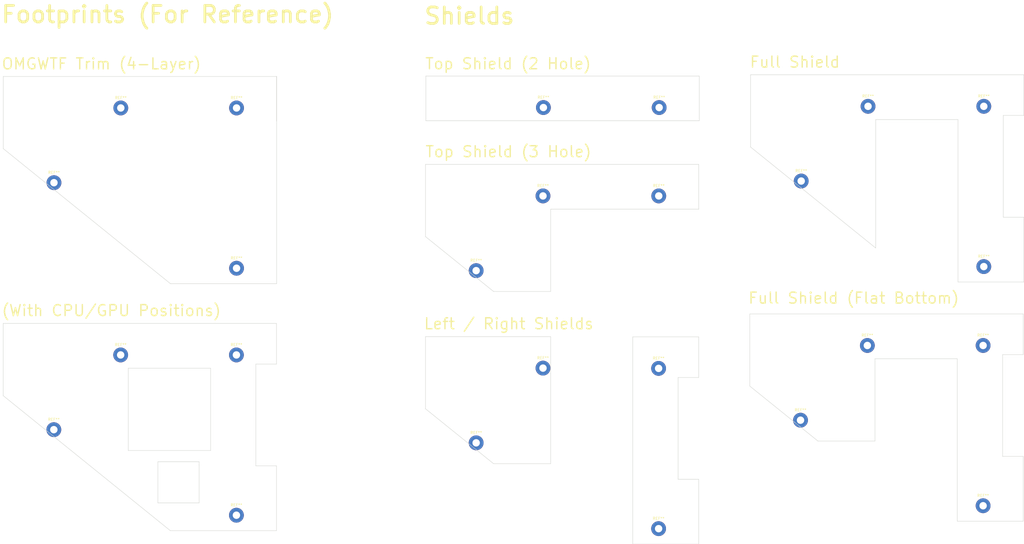
<source format=kicad_pcb>
(kicad_pcb (version 20171130) (host pcbnew "(5.1.5-0-10_14)")

  (general
    (thickness 1.6)
    (drawings 82)
    (tracks 0)
    (zones 0)
    (modules 25)
    (nets 1)
  )

  (page A3)
  (layers
    (0 Top signal)
    (31 Bottom signal)
    (34 B.Paste user)
    (35 F.Paste user)
    (36 B.SilkS user)
    (37 F.SilkS user)
    (38 B.Mask user)
    (39 F.Mask user)
    (40 Dwgs.User user)
    (41 Cmts.User user)
    (42 Eco1.User user)
    (43 Eco2.User user)
    (44 Edge.Cuts user)
    (45 Margin user)
    (46 B.CrtYd user)
    (47 F.CrtYd user)
  )

  (setup
    (last_trace_width 0.1524)
    (trace_clearance 0.1524)
    (zone_clearance 0.508)
    (zone_45_only no)
    (trace_min 0.1524)
    (via_size 0.508)
    (via_drill 0.254)
    (via_min_size 0.508)
    (via_min_drill 0.254)
    (uvia_size 0.508)
    (uvia_drill 0.254)
    (uvias_allowed no)
    (uvia_min_size 0.2)
    (uvia_min_drill 0.1)
    (edge_width 0.15)
    (segment_width 0.2)
    (pcb_text_width 0.3)
    (pcb_text_size 1.5 1.5)
    (mod_edge_width 0.15)
    (mod_text_size 1 1)
    (mod_text_width 0.15)
    (pad_size 1.524 1.524)
    (pad_drill 0.762)
    (pad_to_mask_clearance 0.0508)
    (aux_axis_origin 0 0)
    (visible_elements FFFFFF7F)
    (pcbplotparams
      (layerselection 0x010fc_ffffffff)
      (usegerberextensions false)
      (usegerberattributes false)
      (usegerberadvancedattributes false)
      (creategerberjobfile false)
      (excludeedgelayer true)
      (linewidth 0.100000)
      (plotframeref false)
      (viasonmask false)
      (mode 1)
      (useauxorigin false)
      (hpglpennumber 1)
      (hpglpenspeed 20)
      (hpglpendiameter 15.000000)
      (psnegative false)
      (psa4output false)
      (plotreference true)
      (plotvalue true)
      (plotinvisibletext false)
      (padsonsilk false)
      (subtractmaskfromsilk false)
      (outputformat 1)
      (mirror false)
      (drillshape 1)
      (scaleselection 1)
      (outputdirectory ""))
  )

  (net 0 "")

  (net_class Default "This is the default net class."
    (clearance 0.1524)
    (trace_width 0.1524)
    (via_dia 0.508)
    (via_drill 0.254)
    (uvia_dia 0.508)
    (uvia_drill 0.254)
    (diff_pair_width 0.1524)
    (diff_pair_gap 0.1524)
  )

  (module MountingHole:MountingHole_2.7mm_M2.5_Pad (layer Top) (tedit 56D1B4CB) (tstamp 5E6A83E4)
    (at 259.75 57.879)
    (descr "Mounting Hole 2.7mm, M2.5")
    (tags "mounting hole 2.7mm m2.5")
    (attr virtual)
    (fp_text reference REF** (at 0 -3.7) (layer F.SilkS)
      (effects (font (size 1 1) (thickness 0.15)))
    )
    (fp_text value MountingHole_2.7mm_M2.5_Pad (at 0 3.7) (layer F.Fab)
      (effects (font (size 1 1) (thickness 0.15)))
    )
    (fp_circle (center 0 0) (end 2.95 0) (layer F.CrtYd) (width 0.05))
    (fp_circle (center 0 0) (end 2.7 0) (layer Cmts.User) (width 0.15))
    (fp_text user %R (at 0.3 0) (layer F.Fab)
      (effects (font (size 1 1) (thickness 0.15)))
    )
    (pad 1 thru_hole circle (at 0 0) (size 5.4 5.4) (drill 2.7) (layers *.Cu *.Mask))
  )

  (module MountingHole:MountingHole_2.7mm_M2.5_Pad (layer Top) (tedit 56D1B4CB) (tstamp 5E6A83F9)
    (at 217.569 57.879)
    (descr "Mounting Hole 2.7mm, M2.5")
    (tags "mounting hole 2.7mm m2.5")
    (attr virtual)
    (fp_text reference REF** (at 0 -3.7) (layer F.SilkS)
      (effects (font (size 1 1) (thickness 0.15)))
    )
    (fp_text value MountingHole_2.7mm_M2.5_Pad (at 0 3.7) (layer F.Fab)
      (effects (font (size 1 1) (thickness 0.15)))
    )
    (fp_text user %R (at 0.3 0) (layer F.Fab)
      (effects (font (size 1 1) (thickness 0.15)))
    )
    (fp_circle (center 0 0) (end 2.7 0) (layer Cmts.User) (width 0.15))
    (fp_circle (center 0 0) (end 2.95 0) (layer F.CrtYd) (width 0.05))
    (pad 1 thru_hole circle (at 0 0) (size 5.4 5.4) (drill 2.7) (layers *.Cu *.Mask))
  )

  (module MountingHole:MountingHole_2.7mm_M2.5_Pad (layer Top) (tedit 56D1B4CB) (tstamp 5E6A85A5)
    (at 377.8 202.98)
    (descr "Mounting Hole 2.7mm, M2.5")
    (tags "mounting hole 2.7mm m2.5")
    (attr virtual)
    (fp_text reference REF** (at 0 -3.7) (layer F.SilkS)
      (effects (font (size 1 1) (thickness 0.15)))
    )
    (fp_text value MountingHole_2.7mm_M2.5_Pad (at 0 3.7) (layer F.Fab)
      (effects (font (size 1 1) (thickness 0.15)))
    )
    (fp_circle (center 0 0) (end 2.95 0) (layer F.CrtYd) (width 0.05))
    (fp_circle (center 0 0) (end 2.7 0) (layer Cmts.User) (width 0.15))
    (fp_text user %R (at 0.3 0) (layer F.Fab)
      (effects (font (size 1 1) (thickness 0.15)))
    )
    (pad 1 thru_hole circle (at 0 0) (size 5.4 5.4) (drill 2.7) (layers *.Cu *.Mask))
  )

  (module MountingHole:MountingHole_2.7mm_M2.5_Pad (layer Top) (tedit 56D1B4CB) (tstamp 5E6A853F)
    (at 311.266 171.805)
    (descr "Mounting Hole 2.7mm, M2.5")
    (tags "mounting hole 2.7mm m2.5")
    (attr virtual)
    (fp_text reference REF** (at 0 -3.7) (layer F.SilkS)
      (effects (font (size 1 1) (thickness 0.15)))
    )
    (fp_text value MountingHole_2.7mm_M2.5_Pad (at 0 3.7) (layer F.Fab)
      (effects (font (size 1 1) (thickness 0.15)))
    )
    (fp_text user %R (at 0.3 0) (layer F.Fab)
      (effects (font (size 1 1) (thickness 0.15)))
    )
    (fp_circle (center 0 0) (end 2.7 0) (layer Cmts.User) (width 0.15))
    (fp_circle (center 0 0) (end 2.95 0) (layer F.CrtYd) (width 0.05))
    (pad 1 thru_hole circle (at 0 0) (size 5.4 5.4) (drill 2.7) (layers *.Cu *.Mask))
  )

  (module MountingHole:MountingHole_2.7mm_M2.5_Pad (layer Top) (tedit 56D1B4CB) (tstamp 5E6A855D)
    (at 377.8 144.579)
    (descr "Mounting Hole 2.7mm, M2.5")
    (tags "mounting hole 2.7mm m2.5")
    (attr virtual)
    (fp_text reference REF** (at 0 -3.7) (layer F.SilkS)
      (effects (font (size 1 1) (thickness 0.15)))
    )
    (fp_text value MountingHole_2.7mm_M2.5_Pad (at 0 3.7) (layer F.Fab)
      (effects (font (size 1 1) (thickness 0.15)))
    )
    (fp_text user %R (at 0.3 0) (layer F.Fab)
      (effects (font (size 1 1) (thickness 0.15)))
    )
    (fp_circle (center 0 0) (end 2.7 0) (layer Cmts.User) (width 0.15))
    (fp_circle (center 0 0) (end 2.95 0) (layer F.CrtYd) (width 0.05))
    (pad 1 thru_hole circle (at 0 0) (size 5.4 5.4) (drill 2.7) (layers *.Cu *.Mask))
  )

  (module MountingHole:MountingHole_2.7mm_M2.5_Pad (layer Top) (tedit 56D1B4CB) (tstamp 5E6A8617)
    (at 335.619 144.579)
    (descr "Mounting Hole 2.7mm, M2.5")
    (tags "mounting hole 2.7mm m2.5")
    (attr virtual)
    (fp_text reference REF** (at 0 -3.7) (layer F.SilkS)
      (effects (font (size 1 1) (thickness 0.15)))
    )
    (fp_text value MountingHole_2.7mm_M2.5_Pad (at 0 3.7) (layer F.Fab)
      (effects (font (size 1 1) (thickness 0.15)))
    )
    (fp_circle (center 0 0) (end 2.95 0) (layer F.CrtYd) (width 0.05))
    (fp_circle (center 0 0) (end 2.7 0) (layer Cmts.User) (width 0.15))
    (fp_text user %R (at 0.3 0) (layer F.Fab)
      (effects (font (size 1 1) (thickness 0.15)))
    )
    (pad 1 thru_hole circle (at 0 0) (size 5.4 5.4) (drill 2.7) (layers *.Cu *.Mask))
  )

  (module MountingHole:MountingHole_2.7mm_M2.5_Pad (layer Top) (tedit 56D1B4CB) (tstamp 5E6A7B8A)
    (at 193.066 180.055)
    (descr "Mounting Hole 2.7mm, M2.5")
    (tags "mounting hole 2.7mm m2.5")
    (attr virtual)
    (fp_text reference REF** (at 0 -3.7) (layer F.SilkS)
      (effects (font (size 1 1) (thickness 0.15)))
    )
    (fp_text value MountingHole_2.7mm_M2.5_Pad (at 0 3.7) (layer F.Fab)
      (effects (font (size 1 1) (thickness 0.15)))
    )
    (fp_circle (center 0 0) (end 2.95 0) (layer F.CrtYd) (width 0.05))
    (fp_circle (center 0 0) (end 2.7 0) (layer Cmts.User) (width 0.15))
    (fp_text user %R (at 0.3 0) (layer F.Fab)
      (effects (font (size 1 1) (thickness 0.15)))
    )
    (pad 1 thru_hole circle (at 0 0) (size 5.4 5.4) (drill 2.7) (layers *.Cu *.Mask))
  )

  (module MountingHole:MountingHole_2.7mm_M2.5_Pad (layer Top) (tedit 56D1B4CB) (tstamp 5E6A7B9F)
    (at 217.419 152.829)
    (descr "Mounting Hole 2.7mm, M2.5")
    (tags "mounting hole 2.7mm m2.5")
    (attr virtual)
    (fp_text reference REF** (at 0 -3.7) (layer F.SilkS)
      (effects (font (size 1 1) (thickness 0.15)))
    )
    (fp_text value MountingHole_2.7mm_M2.5_Pad (at 0 3.7) (layer F.Fab)
      (effects (font (size 1 1) (thickness 0.15)))
    )
    (fp_text user %R (at 0.3 0) (layer F.Fab)
      (effects (font (size 1 1) (thickness 0.15)))
    )
    (fp_circle (center 0 0) (end 2.7 0) (layer Cmts.User) (width 0.15))
    (fp_circle (center 0 0) (end 2.95 0) (layer F.CrtYd) (width 0.05))
    (pad 1 thru_hole circle (at 0 0) (size 5.4 5.4) (drill 2.7) (layers *.Cu *.Mask))
  )

  (module MountingHole:MountingHole_2.7mm_M2.5_Pad (layer Top) (tedit 56D1B4CB) (tstamp 5E6A7919)
    (at 259.55 211.33)
    (descr "Mounting Hole 2.7mm, M2.5")
    (tags "mounting hole 2.7mm m2.5")
    (attr virtual)
    (fp_text reference REF** (at 0 -3.7) (layer F.SilkS)
      (effects (font (size 1 1) (thickness 0.15)))
    )
    (fp_text value MountingHole_2.7mm_M2.5_Pad (at 0 3.7) (layer F.Fab)
      (effects (font (size 1 1) (thickness 0.15)))
    )
    (fp_circle (center 0 0) (end 2.95 0) (layer F.CrtYd) (width 0.05))
    (fp_circle (center 0 0) (end 2.7 0) (layer Cmts.User) (width 0.15))
    (fp_text user %R (at 0.3 0) (layer F.Fab)
      (effects (font (size 1 1) (thickness 0.15)))
    )
    (pad 1 thru_hole circle (at 0 0) (size 5.4 5.4) (drill 2.7) (layers *.Cu *.Mask))
  )

  (module MountingHole:MountingHole_2.7mm_M2.5_Pad (layer Top) (tedit 56D1B4CB) (tstamp 5E6A790B)
    (at 259.55 152.929)
    (descr "Mounting Hole 2.7mm, M2.5")
    (tags "mounting hole 2.7mm m2.5")
    (attr virtual)
    (fp_text reference REF** (at 0 -3.7) (layer F.SilkS)
      (effects (font (size 1 1) (thickness 0.15)))
    )
    (fp_text value MountingHole_2.7mm_M2.5_Pad (at 0 3.7) (layer F.Fab)
      (effects (font (size 1 1) (thickness 0.15)))
    )
    (fp_text user %R (at 0.3 0) (layer F.Fab)
      (effects (font (size 1 1) (thickness 0.15)))
    )
    (fp_circle (center 0 0) (end 2.7 0) (layer Cmts.User) (width 0.15))
    (fp_circle (center 0 0) (end 2.95 0) (layer F.CrtYd) (width 0.05))
    (pad 1 thru_hole circle (at 0 0) (size 5.4 5.4) (drill 2.7) (layers *.Cu *.Mask))
  )

  (module MountingHole:MountingHole_2.7mm_M2.5_Pad (layer Top) (tedit 56D1B4CB) (tstamp 5E6A85C0)
    (at 378.05 115.83)
    (descr "Mounting Hole 2.7mm, M2.5")
    (tags "mounting hole 2.7mm m2.5")
    (attr virtual)
    (fp_text reference REF** (at 0 -3.7) (layer F.SilkS)
      (effects (font (size 1 1) (thickness 0.15)))
    )
    (fp_text value MountingHole_2.7mm_M2.5_Pad (at 0 3.7) (layer F.Fab)
      (effects (font (size 1 1) (thickness 0.15)))
    )
    (fp_text user %R (at 0.3 0) (layer F.Fab)
      (effects (font (size 1 1) (thickness 0.15)))
    )
    (fp_circle (center 0 0) (end 2.7 0) (layer Cmts.User) (width 0.15))
    (fp_circle (center 0 0) (end 2.95 0) (layer F.CrtYd) (width 0.05))
    (pad 1 thru_hole circle (at 0 0) (size 5.4 5.4) (drill 2.7) (layers *.Cu *.Mask))
  )

  (module MountingHole:MountingHole_2.7mm_M2.5_Pad (layer Top) (tedit 56D1B4CB) (tstamp 5E6A85D5)
    (at 311.516 84.655)
    (descr "Mounting Hole 2.7mm, M2.5")
    (tags "mounting hole 2.7mm m2.5")
    (attr virtual)
    (fp_text reference REF** (at 0 -3.7) (layer F.SilkS)
      (effects (font (size 1 1) (thickness 0.15)))
    )
    (fp_text value MountingHole_2.7mm_M2.5_Pad (at 0 3.7) (layer F.Fab)
      (effects (font (size 1 1) (thickness 0.15)))
    )
    (fp_circle (center 0 0) (end 2.95 0) (layer F.CrtYd) (width 0.05))
    (fp_circle (center 0 0) (end 2.7 0) (layer Cmts.User) (width 0.15))
    (fp_text user %R (at 0.3 0) (layer F.Fab)
      (effects (font (size 1 1) (thickness 0.15)))
    )
    (pad 1 thru_hole circle (at 0 0) (size 5.4 5.4) (drill 2.7) (layers *.Cu *.Mask))
  )

  (module MountingHole:MountingHole_2.7mm_M2.5_Pad (layer Top) (tedit 56D1B4CB) (tstamp 5E6A85EA)
    (at 378.05 57.429)
    (descr "Mounting Hole 2.7mm, M2.5")
    (tags "mounting hole 2.7mm m2.5")
    (attr virtual)
    (fp_text reference REF** (at 0 -3.7) (layer F.SilkS)
      (effects (font (size 1 1) (thickness 0.15)))
    )
    (fp_text value MountingHole_2.7mm_M2.5_Pad (at 0 3.7) (layer F.Fab)
      (effects (font (size 1 1) (thickness 0.15)))
    )
    (fp_circle (center 0 0) (end 2.95 0) (layer F.CrtYd) (width 0.05))
    (fp_circle (center 0 0) (end 2.7 0) (layer Cmts.User) (width 0.15))
    (fp_text user %R (at 0.3 0) (layer F.Fab)
      (effects (font (size 1 1) (thickness 0.15)))
    )
    (pad 1 thru_hole circle (at 0 0) (size 5.4 5.4) (drill 2.7) (layers *.Cu *.Mask))
  )

  (module MountingHole:MountingHole_2.7mm_M2.5_Pad (layer Top) (tedit 56D1B4CB) (tstamp 5E6A8602)
    (at 335.869 57.429)
    (descr "Mounting Hole 2.7mm, M2.5")
    (tags "mounting hole 2.7mm m2.5")
    (attr virtual)
    (fp_text reference REF** (at 0 -3.7) (layer F.SilkS)
      (effects (font (size 1 1) (thickness 0.15)))
    )
    (fp_text value MountingHole_2.7mm_M2.5_Pad (at 0 3.7) (layer F.Fab)
      (effects (font (size 1 1) (thickness 0.15)))
    )
    (fp_text user %R (at 0.3 0) (layer F.Fab)
      (effects (font (size 1 1) (thickness 0.15)))
    )
    (fp_circle (center 0 0) (end 2.7 0) (layer Cmts.User) (width 0.15))
    (fp_circle (center 0 0) (end 2.95 0) (layer F.CrtYd) (width 0.05))
    (pad 1 thru_hole circle (at 0 0) (size 5.4 5.4) (drill 2.7) (layers *.Cu *.Mask))
  )

  (module MountingHole:MountingHole_2.7mm_M2.5_Pad (layer Top) (tedit 56D1B4CB) (tstamp 5E6A74FE)
    (at 259.6 90.079)
    (descr "Mounting Hole 2.7mm, M2.5")
    (tags "mounting hole 2.7mm m2.5")
    (attr virtual)
    (fp_text reference REF** (at 0 -3.7) (layer F.SilkS)
      (effects (font (size 1 1) (thickness 0.15)))
    )
    (fp_text value MountingHole_2.7mm_M2.5_Pad (at 0 3.7) (layer F.Fab)
      (effects (font (size 1 1) (thickness 0.15)))
    )
    (fp_text user %R (at 0.3 0) (layer F.Fab)
      (effects (font (size 1 1) (thickness 0.15)))
    )
    (fp_circle (center 0 0) (end 2.7 0) (layer Cmts.User) (width 0.15))
    (fp_circle (center 0 0) (end 2.95 0) (layer F.CrtYd) (width 0.05))
    (pad 1 thru_hole circle (at 0 0) (size 5.4 5.4) (drill 2.7) (layers *.Cu *.Mask))
  )

  (module MountingHole:MountingHole_2.7mm_M2.5_Pad (layer Top) (tedit 56D1B4CB) (tstamp 5E6A74F7)
    (at 193.066 117.305)
    (descr "Mounting Hole 2.7mm, M2.5")
    (tags "mounting hole 2.7mm m2.5")
    (attr virtual)
    (fp_text reference REF** (at 0 -3.7) (layer F.SilkS)
      (effects (font (size 1 1) (thickness 0.15)))
    )
    (fp_text value MountingHole_2.7mm_M2.5_Pad (at 0 3.7) (layer F.Fab)
      (effects (font (size 1 1) (thickness 0.15)))
    )
    (fp_text user %R (at 0.3 0) (layer F.Fab)
      (effects (font (size 1 1) (thickness 0.15)))
    )
    (fp_circle (center 0 0) (end 2.7 0) (layer Cmts.User) (width 0.15))
    (fp_circle (center 0 0) (end 2.95 0) (layer F.CrtYd) (width 0.05))
    (pad 1 thru_hole circle (at 0 0) (size 5.4 5.4) (drill 2.7) (layers *.Cu *.Mask))
  )

  (module MountingHole:MountingHole_2.7mm_M2.5_Pad (layer Top) (tedit 56D1B4CB) (tstamp 5E6A74F0)
    (at 217.419 90.079)
    (descr "Mounting Hole 2.7mm, M2.5")
    (tags "mounting hole 2.7mm m2.5")
    (attr virtual)
    (fp_text reference REF** (at 0 -3.7) (layer F.SilkS)
      (effects (font (size 1 1) (thickness 0.15)))
    )
    (fp_text value MountingHole_2.7mm_M2.5_Pad (at 0 3.7) (layer F.Fab)
      (effects (font (size 1 1) (thickness 0.15)))
    )
    (fp_circle (center 0 0) (end 2.95 0) (layer F.CrtYd) (width 0.05))
    (fp_circle (center 0 0) (end 2.7 0) (layer Cmts.User) (width 0.15))
    (fp_text user %R (at 0.3 0) (layer F.Fab)
      (effects (font (size 1 1) (thickness 0.15)))
    )
    (pad 1 thru_hole circle (at 0 0) (size 5.4 5.4) (drill 2.7) (layers *.Cu *.Mask))
  )

  (module MountingHole:MountingHole_2.7mm_M2.5_Pad (layer Top) (tedit 56D1B4CB) (tstamp 5E6A7505)
    (at 105.75 116.43)
    (descr "Mounting Hole 2.7mm, M2.5")
    (tags "mounting hole 2.7mm m2.5")
    (attr virtual)
    (fp_text reference REF** (at 0 -3.7) (layer F.SilkS)
      (effects (font (size 1 1) (thickness 0.15)))
    )
    (fp_text value MountingHole_2.7mm_M2.5_Pad (at 0 3.7) (layer F.Fab)
      (effects (font (size 1 1) (thickness 0.15)))
    )
    (fp_text user %R (at 0.3 0) (layer F.Fab)
      (effects (font (size 1 1) (thickness 0.15)))
    )
    (fp_circle (center 0 0) (end 2.7 0) (layer Cmts.User) (width 0.15))
    (fp_circle (center 0 0) (end 2.95 0) (layer F.CrtYd) (width 0.05))
    (pad 1 thru_hole circle (at 0 0) (size 5.4 5.4) (drill 2.7) (layers *.Cu *.Mask))
  )

  (module MountingHole:MountingHole_2.7mm_M2.5_Pad (layer Top) (tedit 56D1B4CB) (tstamp 5E6A74FE)
    (at 105.75 58.029)
    (descr "Mounting Hole 2.7mm, M2.5")
    (tags "mounting hole 2.7mm m2.5")
    (attr virtual)
    (fp_text reference REF** (at 0 -3.7) (layer F.SilkS)
      (effects (font (size 1 1) (thickness 0.15)))
    )
    (fp_text value MountingHole_2.7mm_M2.5_Pad (at 0 3.7) (layer F.Fab)
      (effects (font (size 1 1) (thickness 0.15)))
    )
    (fp_circle (center 0 0) (end 2.95 0) (layer F.CrtYd) (width 0.05))
    (fp_circle (center 0 0) (end 2.7 0) (layer Cmts.User) (width 0.15))
    (fp_text user %R (at 0.3 0) (layer F.Fab)
      (effects (font (size 1 1) (thickness 0.15)))
    )
    (pad 1 thru_hole circle (at 0 0) (size 5.4 5.4) (drill 2.7) (layers *.Cu *.Mask))
  )

  (module MountingHole:MountingHole_2.7mm_M2.5_Pad (layer Top) (tedit 56D1B4CB) (tstamp 5E6A74F7)
    (at 39.216 85.255)
    (descr "Mounting Hole 2.7mm, M2.5")
    (tags "mounting hole 2.7mm m2.5")
    (attr virtual)
    (fp_text reference REF** (at 0 -3.7) (layer F.SilkS)
      (effects (font (size 1 1) (thickness 0.15)))
    )
    (fp_text value MountingHole_2.7mm_M2.5_Pad (at 0 3.7) (layer F.Fab)
      (effects (font (size 1 1) (thickness 0.15)))
    )
    (fp_circle (center 0 0) (end 2.95 0) (layer F.CrtYd) (width 0.05))
    (fp_circle (center 0 0) (end 2.7 0) (layer Cmts.User) (width 0.15))
    (fp_text user %R (at 0.3 0) (layer F.Fab)
      (effects (font (size 1 1) (thickness 0.15)))
    )
    (pad 1 thru_hole circle (at 0 0) (size 5.4 5.4) (drill 2.7) (layers *.Cu *.Mask))
  )

  (module MountingHole:MountingHole_2.7mm_M2.5_Pad (layer Top) (tedit 56D1B4CB) (tstamp 5E6A74F0)
    (at 63.569 58.029)
    (descr "Mounting Hole 2.7mm, M2.5")
    (tags "mounting hole 2.7mm m2.5")
    (attr virtual)
    (fp_text reference REF** (at 0 -3.7) (layer F.SilkS)
      (effects (font (size 1 1) (thickness 0.15)))
    )
    (fp_text value MountingHole_2.7mm_M2.5_Pad (at 0 3.7) (layer F.Fab)
      (effects (font (size 1 1) (thickness 0.15)))
    )
    (fp_text user %R (at 0.3 0) (layer F.Fab)
      (effects (font (size 1 1) (thickness 0.15)))
    )
    (fp_circle (center 0 0) (end 2.7 0) (layer Cmts.User) (width 0.15))
    (fp_circle (center 0 0) (end 2.95 0) (layer F.CrtYd) (width 0.05))
    (pad 1 thru_hole circle (at 0 0) (size 5.4 5.4) (drill 2.7) (layers *.Cu *.Mask))
  )

  (module MountingHole:MountingHole_2.7mm_M2.5_Pad (layer Top) (tedit 56D1B4CB) (tstamp 5E69A433)
    (at 105.7 206.43)
    (descr "Mounting Hole 2.7mm, M2.5")
    (tags "mounting hole 2.7mm m2.5")
    (attr virtual)
    (fp_text reference REF** (at 0 -3.7) (layer F.SilkS)
      (effects (font (size 1 1) (thickness 0.15)))
    )
    (fp_text value MountingHole_2.7mm_M2.5_Pad (at 0 3.7) (layer F.Fab)
      (effects (font (size 1 1) (thickness 0.15)))
    )
    (fp_circle (center 0 0) (end 2.95 0) (layer F.CrtYd) (width 0.05))
    (fp_circle (center 0 0) (end 2.7 0) (layer Cmts.User) (width 0.15))
    (fp_text user %R (at 0.3 0) (layer F.Fab)
      (effects (font (size 1 1) (thickness 0.15)))
    )
    (pad 1 thru_hole circle (at 0 0) (size 5.4 5.4) (drill 2.7) (layers *.Cu *.Mask))
  )

  (module MountingHole:MountingHole_2.7mm_M2.5_Pad (layer Top) (tedit 56D1B4CB) (tstamp 5E6A5FBA)
    (at 105.7 148.029)
    (descr "Mounting Hole 2.7mm, M2.5")
    (tags "mounting hole 2.7mm m2.5")
    (attr virtual)
    (fp_text reference REF** (at 0 -3.7) (layer F.SilkS)
      (effects (font (size 1 1) (thickness 0.15)))
    )
    (fp_text value MountingHole_2.7mm_M2.5_Pad (at 0 3.7) (layer F.Fab)
      (effects (font (size 1 1) (thickness 0.15)))
    )
    (fp_text user %R (at 0.3 0) (layer F.Fab)
      (effects (font (size 1 1) (thickness 0.15)))
    )
    (fp_circle (center 0 0) (end 2.7 0) (layer Cmts.User) (width 0.15))
    (fp_circle (center 0 0) (end 2.95 0) (layer F.CrtYd) (width 0.05))
    (pad 1 thru_hole circle (at 0 0) (size 5.4 5.4) (drill 2.7) (layers *.Cu *.Mask))
  )

  (module MountingHole:MountingHole_2.7mm_M2.5_Pad (layer Top) (tedit 56D1B4CB) (tstamp 5E69A425)
    (at 39.166 175.255)
    (descr "Mounting Hole 2.7mm, M2.5")
    (tags "mounting hole 2.7mm m2.5")
    (attr virtual)
    (fp_text reference REF** (at 0 -3.7) (layer F.SilkS)
      (effects (font (size 1 1) (thickness 0.15)))
    )
    (fp_text value MountingHole_2.7mm_M2.5_Pad (at 0 3.7) (layer F.Fab)
      (effects (font (size 1 1) (thickness 0.15)))
    )
    (fp_text user %R (at 0.3 0) (layer F.Fab)
      (effects (font (size 1 1) (thickness 0.15)))
    )
    (fp_circle (center 0 0) (end 2.7 0) (layer Cmts.User) (width 0.15))
    (fp_circle (center 0 0) (end 2.95 0) (layer F.CrtYd) (width 0.05))
    (pad 1 thru_hole circle (at 0 0) (size 5.4 5.4) (drill 2.7) (layers *.Cu *.Mask))
  )

  (module MountingHole:MountingHole_2.7mm_M2.5_Pad (layer Top) (tedit 56D1B4CB) (tstamp 5E69A41E)
    (at 63.519 148.029)
    (descr "Mounting Hole 2.7mm, M2.5")
    (tags "mounting hole 2.7mm m2.5")
    (attr virtual)
    (fp_text reference REF** (at 0 -3.7) (layer F.SilkS)
      (effects (font (size 1 1) (thickness 0.15)))
    )
    (fp_text value MountingHole_2.7mm_M2.5_Pad (at 0 3.7) (layer F.Fab)
      (effects (font (size 1 1) (thickness 0.15)))
    )
    (fp_circle (center 0 0) (end 2.95 0) (layer F.CrtYd) (width 0.05))
    (fp_circle (center 0 0) (end 2.7 0) (layer Cmts.User) (width 0.15))
    (fp_text user %R (at 0.3 0) (layer F.Fab)
      (effects (font (size 1 1) (thickness 0.15)))
    )
    (pad 1 thru_hole circle (at 0 0) (size 5.4 5.4) (drill 2.7) (layers *.Cu *.Mask))
  )

  (gr_text "Full Shield (Flat Bottom)" (at 291.95 127.3) (layer F.SilkS) (tstamp 5E6A86B2)
    (effects (font (size 4 4) (thickness 0.5)) (justify left))
  )
  (gr_text "Full Shield" (at 292.5 41.3) (layer F.SilkS) (tstamp 5E6A86B2)
    (effects (font (size 4 4) (thickness 0.5)) (justify left))
  )
  (gr_text "Left / Right Shields" (at 173.75 136.65) (layer F.SilkS) (tstamp 5E6A86A8)
    (effects (font (size 4 4) (thickness 0.5)) (justify left))
  )
  (gr_text "Top Shield (3 Hole)" (at 174.3 73.95) (layer F.SilkS) (tstamp 5E6A84BF)
    (effects (font (size 4 4) (thickness 0.5)) (justify left))
  )
  (gr_text "Top Shield (2 Hole)" (at 174.2 41.9) (layer F.SilkS) (tstamp 5E6A847E)
    (effects (font (size 4 4) (thickness 0.5)) (justify left))
  )
  (gr_line (start 174.75 46.4) (end 174.75 62.7) (layer Edge.Cuts) (width 0.15) (tstamp 5E6A840A))
  (gr_line (start 174.75 46.4) (end 274.35 46.4) (layer Edge.Cuts) (width 0.15) (tstamp 5E6A83D5))
  (gr_line (start 274.35 62.7) (end 174.75 62.7) (layer Edge.Cuts) (width 0.15) (tstamp 5E6A83D8))
  (gr_line (start 274.35 46.4) (end 274.35 62.7) (layer Edge.Cuts) (width 0.15) (tstamp 5E6A83DB))
  (gr_text Shields (at 173.65 24.5) (layer F.SilkS) (tstamp 5E6A7F7D)
    (effects (font (size 6 6) (thickness 1)) (justify left))
  )
  (gr_text "Footprints (For Reference)" (at 19.55 23.95) (layer F.SilkS) (tstamp 5E6A7E66)
    (effects (font (size 6 6) (thickness 1)) (justify left))
  )
  (gr_text "(With CPU/GPU Positions)" (at 19.9 131.85) (layer F.SilkS) (tstamp 5E6A7F21)
    (effects (font (size 4 4) (thickness 0.5)) (justify left))
  )
  (gr_text "OMGWTF Trim (4-Layer)" (at 19.9 41.95) (layer F.SilkS)
    (effects (font (size 4 4) (thickness 0.5)) (justify left))
  )
  (gr_line (start 338.4 179.4) (end 317.6 179.4) (layer Edge.Cuts) (width 0.15) (tstamp 5E6A856C))
  (gr_line (start 392.4 133.1) (end 392.4 147.9) (layer Edge.Cuts) (width 0.15) (tstamp 5E6A856F))
  (gr_line (start 368.4 149.4) (end 338.4 149.4) (layer Edge.Cuts) (width 0.15) (tstamp 5E6A8572))
  (gr_line (start 392.4 185) (end 384.9 185) (layer Edge.Cuts) (width 0.15) (tstamp 5E6A85B4))
  (gr_line (start 392.4 185) (end 392.4 208.6) (layer Edge.Cuts) (width 0.15) (tstamp 5E6A85B7))
  (gr_line (start 368.4 149.4) (end 368.4 208.6) (layer Edge.Cuts) (width 0.15) (tstamp 5E6A8551))
  (gr_line (start 392.4 208.6) (end 368.4 208.6) (layer Edge.Cuts) (width 0.15) (tstamp 5E6A8554))
  (gr_line (start 338.4 149.4) (end 338.4 179.4) (layer Edge.Cuts) (width 0.15) (tstamp 5E6A8575))
  (gr_line (start 292.8 133.1) (end 292.8 159.4) (layer Edge.Cuts) (width 0.15) (tstamp 5E6A8578))
  (gr_line (start 292.8 133.1) (end 392.4 133.1) (layer Edge.Cuts) (width 0.15) (tstamp 5E6A85F9))
  (gr_line (start 317.6 179.4) (end 292.8 159.4) (layer Edge.Cuts) (width 0.15) (tstamp 5E6A8626))
  (gr_line (start 384.9 185) (end 384.9 147.9) (layer Edge.Cuts) (width 0.15) (tstamp 5E6A854E))
  (gr_line (start 392.4 147.9) (end 384.9 147.9) (layer Edge.Cuts) (width 0.15) (tstamp 5E6A8629))
  (gr_line (start 274.15 141.45) (end 250.15 141.45) (layer Edge.Cuts) (width 0.15) (tstamp 5E6A7A64))
  (gr_line (start 174.6 141.35) (end 220.2 141.35) (layer Edge.Cuts) (width 0.15) (tstamp 5E6A7B78))
  (gr_line (start 220.2 141.35) (end 220.2 187.65) (layer Edge.Cuts) (width 0.15) (tstamp 5E6A7B7B))
  (gr_line (start 174.6 141.35) (end 174.6 167.65) (layer Edge.Cuts) (width 0.15) (tstamp 5E6A7B7E))
  (gr_line (start 174.6 167.65) (end 199.4 187.65) (layer Edge.Cuts) (width 0.15) (tstamp 5E6A7BAE))
  (gr_line (start 220.2 187.65) (end 199.4 187.65) (layer Edge.Cuts) (width 0.15) (tstamp 5E6A7B81))
  (gr_line (start 274.15 141.45) (end 274.15 156.25) (layer Edge.Cuts) (width 0.15) (tstamp 5E6A792B))
  (gr_line (start 274.15 193.35) (end 266.65 193.35) (layer Edge.Cuts) (width 0.15) (tstamp 5E6A7929))
  (gr_line (start 274.15 193.35) (end 274.15 216.95) (layer Edge.Cuts) (width 0.15) (tstamp 5E6A7928))
  (gr_line (start 250.15 141.45) (end 250.15 216.95) (layer Edge.Cuts) (width 0.15) (tstamp 5E6A7927))
  (gr_line (start 274.15 216.95) (end 250.15 216.95) (layer Edge.Cuts) (width 0.15) (tstamp 5E6A7926))
  (gr_line (start 266.65 193.35) (end 266.65 156.25) (layer Edge.Cuts) (width 0.15) (tstamp 5E6A7921))
  (gr_line (start 274.15 156.25) (end 266.65 156.25) (layer Edge.Cuts) (width 0.15) (tstamp 5E6A7920))
  (gr_line (start 220.2 124.9) (end 199.4 124.9) (layer Edge.Cuts) (width 0.15) (tstamp 5E68DC40))
  (gr_line (start 174.6 104.9) (end 199.4 124.9) (layer Edge.Cuts) (width 0.15) (tstamp 5E68DC3D))
  (gr_line (start 66.3 152.85) (end 66.3 182.85) (layer Edge.Cuts) (width 0.15) (tstamp 5E69A23D))
  (gr_line (start 120.3 212.05) (end 81.6 212.05) (layer Edge.Cuts) (width 0.15) (tstamp 5E69A23A))
  (gr_line (start 20.75 46.55) (end 120.35 46.55) (layer Edge.Cuts) (width 0.15) (tstamp 5E685BD5))
  (gr_line (start 174.6 78.6) (end 174.6 104.9) (layer Edge.Cuts) (width 0.15) (tstamp 5E68DC3A))
  (gr_line (start 112.8 188.45) (end 112.8 151.35) (layer Edge.Cuts) (width 0.15) (tstamp 5E69A237))
  (gr_line (start 120.35 46.55) (end 120.35 122.05) (layer Edge.Cuts) (width 0.15) (tstamp 5E685BD1))
  (gr_line (start 20.75 46.55) (end 20.75 72.85) (layer Edge.Cuts) (width 0.15) (tstamp 5E685BD6))
  (gr_line (start 120.35 122.05) (end 81.65 122.05) (layer Edge.Cuts) (width 0.15) (tstamp 5E685BCA))
  (gr_line (start 220.2 94.9) (end 220.2 124.9) (layer Edge.Cuts) (width 0.15) (tstamp 5E68DC37))
  (gr_line (start 92.1 201.95) (end 77.1 201.95) (layer Edge.Cuts) (width 0.15) (tstamp 5E69A234))
  (gr_line (start 274.2 78.6) (end 274.2 94.9) (layer Edge.Cuts) (width 0.15) (tstamp 5E68DC34))
  (gr_line (start 77.1 201.95) (end 77.1 186.95) (layer Edge.Cuts) (width 0.15) (tstamp 5E69A231))
  (gr_line (start 96.3 182.85) (end 66.3 182.85) (layer Edge.Cuts) (width 0.15) (tstamp 5E69A22E))
  (gr_line (start 77.1 186.95) (end 92.1 186.95) (layer Edge.Cuts) (width 0.15) (tstamp 5E69A22B))
  (gr_line (start 120.3 151.35) (end 112.8 151.35) (layer Edge.Cuts) (width 0.15) (tstamp 5E69A228))
  (gr_line (start 81.65 122.05) (end 20.75 72.85) (layer Edge.Cuts) (width 0.15) (tstamp 5E685BD4))
  (gr_line (start 274.2 94.9) (end 220.2 94.9) (layer Edge.Cuts) (width 0.15) (tstamp 5E68DC31))
  (gr_line (start 96.3 152.85) (end 66.3 152.85) (layer Edge.Cuts) (width 0.15) (tstamp 5E69A225))
  (gr_line (start 120.35 46.55) (end 120.35 62.85) (layer Edge.Cuts) (width 0.15) (tstamp 5E685BD3))
  (gr_line (start 120.3 136.55) (end 120.3 151.35) (layer Edge.Cuts) (width 0.15) (tstamp 5E69A222))
  (gr_line (start 81.6 212.05) (end 20.7 162.85) (layer Edge.Cuts) (width 0.15) (tstamp 5E69A21F))
  (gr_line (start 20.7 136.55) (end 120.3 136.55) (layer Edge.Cuts) (width 0.15) (tstamp 5E69A21C))
  (gr_line (start 20.7 136.55) (end 20.7 162.85) (layer Edge.Cuts) (width 0.15) (tstamp 5E69A219))
  (gr_line (start 92.1 201.95) (end 92.1 188.15) (layer Edge.Cuts) (width 0.15) (tstamp 5E69A216))
  (gr_line (start 92.1 186.95) (end 92.1 188.15) (layer Edge.Cuts) (width 0.15) (tstamp 5E69A213))
  (gr_line (start 120.3 188.45) (end 112.8 188.45) (layer Edge.Cuts) (width 0.15) (tstamp 5E69A210))
  (gr_line (start 96.3 152.85) (end 96.3 182.85) (layer Edge.Cuts) (width 0.15) (tstamp 5E69A20D))
  (gr_line (start 120.3 188.45) (end 120.3 212.05) (layer Edge.Cuts) (width 0.15) (tstamp 5E69A20A))
  (gr_line (start 174.6 78.6) (end 274.2 78.6) (layer Edge.Cuts) (width 0.15) (tstamp 5E68DC2E))
  (gr_line (start 392.65 60.75) (end 385.15 60.75) (layer Edge.Cuts) (width 0.15) (tstamp 5E6A859C))
  (gr_line (start 385.15 97.85) (end 385.15 60.75) (layer Edge.Cuts) (width 0.15) (tstamp 5E6A8599))
  (gr_line (start 338.65 109.05) (end 293.05 72.25) (layer Edge.Cuts) (width 0.15) (tstamp 5E6A8596))
  (gr_line (start 293.05 45.95) (end 392.65 45.95) (layer Edge.Cuts) (width 0.15) (tstamp 5E6A8593))
  (gr_line (start 293.05 45.95) (end 293.05 72.25) (layer Edge.Cuts) (width 0.15) (tstamp 5E6A8590))
  (gr_line (start 338.65 62.25) (end 338.65 109.05) (layer Edge.Cuts) (width 0.15) (tstamp 5E6A858D))
  (gr_line (start 392.65 121.45) (end 368.65 121.45) (layer Edge.Cuts) (width 0.15) (tstamp 5E6A858A))
  (gr_line (start 368.65 62.25) (end 368.65 121.45) (layer Edge.Cuts) (width 0.15) (tstamp 5E6A8587))
  (gr_line (start 392.65 97.85) (end 392.65 121.45) (layer Edge.Cuts) (width 0.15) (tstamp 5E6A8584))
  (gr_line (start 392.65 97.85) (end 385.15 97.85) (layer Edge.Cuts) (width 0.15) (tstamp 5E6A8581))
  (gr_line (start 368.65 62.25) (end 338.65 62.25) (layer Edge.Cuts) (width 0.15) (tstamp 5E6A857E))
  (gr_line (start 392.65 45.95) (end 392.65 60.75) (layer Edge.Cuts) (width 0.15) (tstamp 5E6A857B))

)

</source>
